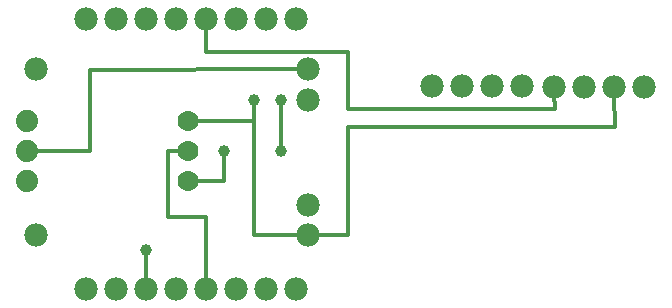
<source format=gbl>
G04 MADE WITH FRITZING*
G04 WWW.FRITZING.ORG*
G04 DOUBLE SIDED*
G04 HOLES PLATED*
G04 CONTOUR ON CENTER OF CONTOUR VECTOR*
%ASAXBY*%
%FSLAX23Y23*%
%MOIN*%
%OFA0B0*%
%SFA1.0B1.0*%
%ADD10C,0.077778*%
%ADD11C,0.069444*%
%ADD12C,0.078000*%
%ADD13C,0.074000*%
%ADD14C,0.039370*%
%ADD15C,0.012000*%
%LNCOPPER0*%
G90*
G70*
G54D10*
X267Y56D03*
X367Y56D03*
X467Y56D03*
X567Y56D03*
X667Y56D03*
X767Y56D03*
X867Y56D03*
X967Y56D03*
X967Y956D03*
X867Y956D03*
X767Y956D03*
X667Y956D03*
X567Y956D03*
X467Y956D03*
X367Y956D03*
X267Y956D03*
G54D11*
X607Y416D03*
X607Y516D03*
X607Y616D03*
X607Y416D03*
X607Y516D03*
X607Y616D03*
G54D12*
X98Y788D03*
X98Y236D03*
X1007Y788D03*
X1007Y687D03*
X1007Y336D03*
X1007Y236D03*
X2127Y730D03*
X2027Y730D03*
X1927Y730D03*
X1827Y730D03*
X2127Y730D03*
X2027Y730D03*
X1927Y730D03*
X1827Y730D03*
X1418Y731D03*
X1518Y731D03*
X1618Y731D03*
X1718Y731D03*
G54D13*
X70Y415D03*
X70Y515D03*
X70Y615D03*
G54D14*
X917Y686D03*
X827Y685D03*
X727Y516D03*
X917Y516D03*
X467Y186D03*
G54D15*
X667Y296D02*
X538Y296D01*
D02*
X538Y296D02*
X538Y516D01*
D02*
X667Y79D02*
X667Y296D01*
D02*
X538Y516D02*
X586Y516D01*
D02*
X667Y932D02*
X667Y846D01*
D02*
X1138Y846D02*
X1138Y655D01*
D02*
X1138Y655D02*
X1828Y655D01*
D02*
X667Y846D02*
X1138Y846D01*
D02*
X1828Y655D02*
X1827Y706D01*
D02*
X917Y672D02*
X917Y529D01*
D02*
X727Y416D02*
X628Y416D01*
D02*
X727Y502D02*
X727Y416D01*
D02*
X827Y616D02*
X628Y616D01*
D02*
X827Y236D02*
X827Y616D01*
D02*
X982Y236D02*
X827Y236D01*
D02*
X1138Y595D02*
X1138Y236D01*
D02*
X1138Y236D02*
X1032Y236D01*
D02*
X2028Y595D02*
X1138Y595D01*
D02*
X2027Y706D02*
X2028Y595D01*
D02*
X827Y616D02*
X827Y672D01*
D02*
X278Y516D02*
X278Y786D01*
D02*
X278Y786D02*
X982Y788D01*
D02*
X96Y516D02*
X278Y516D01*
D02*
X467Y172D02*
X467Y79D01*
G04 End of Copper0*
M02*
</source>
